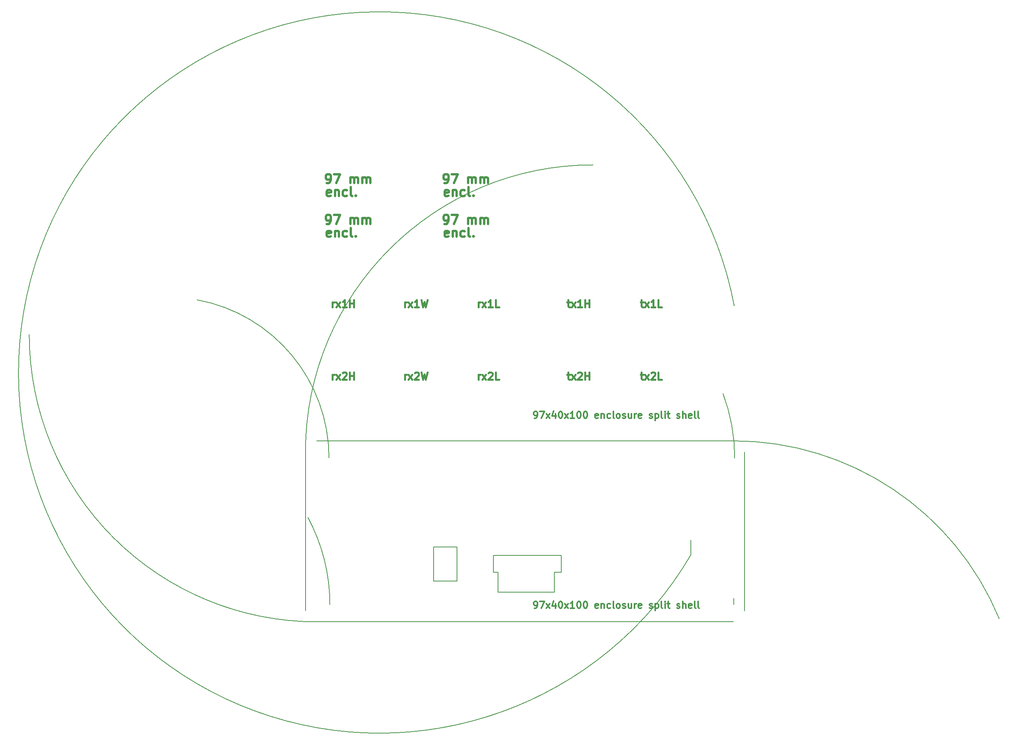
<source format=gto>
%MOIN*%
%OFA0B0*%
%FSLAX46Y46*%
%IPPOS*%
%LPD*%
%ADD10C,0.0039370078740157488*%
%ADD11C,0.01968503937007874*%
%ADD22C,0.0039370078740157488*%
%ADD23C,0.01968503937007874*%
%ADD34C,0.0039370078740157488*%
%ADD35C,0.005905511811023622*%
%ADD36C,0.011811023622047244*%
%ADD47C,0.0039370078740157488*%
%ADD48C,0.011811023622047244*%
%ADD49C,0.015748031496062995*%
%ADD60C,0.0039370078740157488*%
%ADD61C,0.01968503937007874*%
%ADD72C,0.0039370078740157488*%
%ADD73C,0.01968503937007874*%
%LPD*%
G04 #@! TF.FileFunction,Legend,Top*
G04 Gerber Fmt 4.6, Leading zero omitted, Abs format (unit mm)*
G04 Created by KiCad (PCBNEW no-bzr-kicad_new3d-viewer) date 06/27/16 23:34:47*
G01*
G04 APERTURE LIST*
G04 APERTURE END LIST*
D10*
D11*
X0001208276Y0003462410D02*
X0001223274Y0003462410D01*
X0001230773Y0003466159D01*
X0001234522Y0003469909D01*
X0001242021Y0003481158D01*
X0001245771Y0003496156D01*
X0001245771Y0003526152D01*
X0001242021Y0003533651D01*
X0001238272Y0003537401D01*
X0001230773Y0003541149D01*
X0001215775Y0003541149D01*
X0001208276Y0003537401D01*
X0001204526Y0003533651D01*
X0001200777Y0003526152D01*
X0001200777Y0003507405D01*
X0001204526Y0003499906D01*
X0001208276Y0003496156D01*
X0001215775Y0003492407D01*
X0001230773Y0003492407D01*
X0001238272Y0003496156D01*
X0001242021Y0003499906D01*
X0001245771Y0003507405D01*
X0001272017Y0003541149D02*
X0001324511Y0003541149D01*
X0001290765Y0003462410D01*
X0001414500Y0003462410D02*
X0001414500Y0003514903D01*
X0001414500Y0003507405D02*
X0001418249Y0003511154D01*
X0001425748Y0003514903D01*
X0001436997Y0003514903D01*
X0001444496Y0003511154D01*
X0001448245Y0003503655D01*
X0001448245Y0003462410D01*
X0001448245Y0003503655D02*
X0001451995Y0003511154D01*
X0001459493Y0003514903D01*
X0001470743Y0003514903D01*
X0001478242Y0003511154D01*
X0001481991Y0003503655D01*
X0001481991Y0003462410D01*
X0001519487Y0003462410D02*
X0001519487Y0003514903D01*
X0001519487Y0003507405D02*
X0001523235Y0003511154D01*
X0001530735Y0003514903D01*
X0001541984Y0003514903D01*
X0001549483Y0003511154D01*
X0001553232Y0003503655D01*
X0001553232Y0003462410D01*
X0001553232Y0003503655D02*
X0001556982Y0003511154D01*
X0001564481Y0003514903D01*
X0001575730Y0003514903D01*
X0001583229Y0003511154D01*
X0001586978Y0003503655D01*
X0001586978Y0003462410D01*
X0001242959Y0003353955D02*
X0001235460Y0003350206D01*
X0001220462Y0003350206D01*
X0001212962Y0003353955D01*
X0001209213Y0003361454D01*
X0001209213Y0003391450D01*
X0001212962Y0003398950D01*
X0001220462Y0003402699D01*
X0001235460Y0003402699D01*
X0001242959Y0003398950D01*
X0001246708Y0003391450D01*
X0001246708Y0003383951D01*
X0001209213Y0003376452D01*
X0001280454Y0003402699D02*
X0001280454Y0003350206D01*
X0001280454Y0003395200D02*
X0001284204Y0003398950D01*
X0001291703Y0003402699D01*
X0001302951Y0003402699D01*
X0001310450Y0003398950D01*
X0001314200Y0003391450D01*
X0001314200Y0003350206D01*
X0001385441Y0003353955D02*
X0001377942Y0003350206D01*
X0001362944Y0003350206D01*
X0001355445Y0003353955D01*
X0001351695Y0003357705D01*
X0001347946Y0003365204D01*
X0001347946Y0003387701D01*
X0001351695Y0003395200D01*
X0001355445Y0003398950D01*
X0001362944Y0003402699D01*
X0001377942Y0003402699D01*
X0001385441Y0003398950D01*
X0001430435Y0003350206D02*
X0001422936Y0003353955D01*
X0001419187Y0003361454D01*
X0001419187Y0003428946D01*
X0001460431Y0003357705D02*
X0001464181Y0003353955D01*
X0001460431Y0003350206D01*
X0001456682Y0003353955D01*
X0001460431Y0003357705D01*
X0001460431Y0003350206D01*
G04 split*
G04 #@! TF.FileFunction,Legend,Top*
G04 Gerber Fmt 4.6, Leading zero omitted, Abs format (unit mm)*
G04 Created by KiCad (PCBNEW no-bzr-kicad_new3d-viewer) date 06/27/16 23:34:47*
G01G01*
G04 APERTURE LIST*
G04 APERTURE END LIST*
D22*
D23*
X0001208276Y0003816741D02*
X0001223274Y0003816741D01*
X0001230773Y0003820491D01*
X0001234522Y0003824240D01*
X0001242021Y0003835489D01*
X0001245771Y0003850487D01*
X0001245771Y0003880483D01*
X0001242021Y0003887982D01*
X0001238272Y0003891732D01*
X0001230773Y0003895481D01*
X0001215775Y0003895481D01*
X0001208276Y0003891732D01*
X0001204526Y0003887982D01*
X0001200777Y0003880483D01*
X0001200777Y0003861735D01*
X0001204526Y0003854236D01*
X0001208276Y0003850487D01*
X0001215775Y0003846737D01*
X0001230773Y0003846737D01*
X0001238272Y0003850487D01*
X0001242021Y0003854236D01*
X0001245771Y0003861735D01*
X0001272017Y0003895481D02*
X0001324511Y0003895481D01*
X0001290765Y0003816741D01*
X0001414500Y0003816741D02*
X0001414500Y0003869234D01*
X0001414500Y0003861735D02*
X0001418249Y0003865485D01*
X0001425748Y0003869234D01*
X0001436997Y0003869234D01*
X0001444496Y0003865485D01*
X0001448245Y0003857986D01*
X0001448245Y0003816741D01*
X0001448245Y0003857986D02*
X0001451995Y0003865485D01*
X0001459493Y0003869234D01*
X0001470743Y0003869234D01*
X0001478242Y0003865485D01*
X0001481991Y0003857986D01*
X0001481991Y0003816741D01*
X0001519487Y0003816741D02*
X0001519487Y0003869234D01*
X0001519487Y0003861735D02*
X0001523235Y0003865485D01*
X0001530735Y0003869234D01*
X0001541984Y0003869234D01*
X0001549483Y0003865485D01*
X0001553232Y0003857986D01*
X0001553232Y0003816741D01*
X0001553232Y0003857986D02*
X0001556982Y0003865485D01*
X0001564481Y0003869234D01*
X0001575730Y0003869234D01*
X0001583229Y0003865485D01*
X0001586978Y0003857986D01*
X0001586978Y0003816741D01*
X0001242959Y0003708286D02*
X0001235460Y0003704535D01*
X0001220462Y0003704535D01*
X0001212962Y0003708286D01*
X0001209213Y0003715785D01*
X0001209213Y0003745781D01*
X0001212962Y0003753279D01*
X0001220462Y0003757029D01*
X0001235460Y0003757029D01*
X0001242959Y0003753279D01*
X0001246708Y0003745781D01*
X0001246708Y0003738282D01*
X0001209213Y0003730783D01*
X0001280454Y0003757029D02*
X0001280454Y0003704535D01*
X0001280454Y0003749531D02*
X0001284204Y0003753279D01*
X0001291703Y0003757029D01*
X0001302951Y0003757029D01*
X0001310450Y0003753279D01*
X0001314200Y0003745781D01*
X0001314200Y0003704535D01*
X0001385441Y0003708286D02*
X0001377942Y0003704535D01*
X0001362944Y0003704535D01*
X0001355445Y0003708286D01*
X0001351695Y0003712035D01*
X0001347946Y0003719534D01*
X0001347946Y0003742032D01*
X0001351695Y0003749531D01*
X0001355445Y0003753279D01*
X0001362944Y0003757029D01*
X0001377942Y0003757029D01*
X0001385441Y0003753279D01*
X0001430435Y0003704535D02*
X0001422936Y0003708286D01*
X0001419187Y0003715785D01*
X0001419187Y0003783275D01*
X0001460431Y0003712035D02*
X0001464181Y0003708286D01*
X0001460431Y0003704535D01*
X0001456682Y0003708286D01*
X0001460431Y0003712035D01*
X0001460431Y0003704535D01*
G04 split*
G04 #@! TF.FileFunction,Legend,Top*
G04 Gerber Fmt 4.6, Leading zero omitted, Abs format (unit mm)*
G04 Created by KiCad (PCBNEW no-bzr-kicad_new3d-viewer) date 06/27/16 23:25:45*
G01G01*
G04 APERTURE LIST*
G04 APERTURE END LIST*
D34*
D35*
X0001319037Y0000652338D02*
X0001319037Y0000353127D01*
X0001114313Y0000652338D02*
X0001319037Y0000652338D01*
X0001114313Y0000353127D02*
X0001114313Y0000652338D01*
X0001319037Y0000353127D02*
X0001114313Y0000353127D01*
X0002165494Y0000431867D02*
X0002165494Y0000258637D01*
X0002224549Y0000431867D02*
X0002165494Y0000431867D01*
X0002224549Y0000577536D02*
X0002224549Y0000431867D01*
X0001633998Y0000577536D02*
X0002224549Y0000577536D01*
X0001633998Y0000431867D02*
X0001633998Y0000577536D01*
X0001673368Y0000431867D02*
X0001633998Y0000431867D01*
X0001673368Y0000258637D02*
X0001673368Y0000431867D01*
X0002165494Y0000258637D02*
X0001673368Y0000258637D01*
D36*
X0001989876Y0000118953D02*
X0002001124Y0000118953D01*
X0002006749Y0000121765D01*
X0002009561Y0000124578D01*
X0002015184Y0000133014D01*
X0002017996Y0000144263D01*
X0002017996Y0000166760D01*
X0002015184Y0000172384D01*
X0002012373Y0000175195D01*
X0002006749Y0000178009D01*
X0001995500Y0000178009D01*
X0001989876Y0000175195D01*
X0001987064Y0000172384D01*
X0001984251Y0000166760D01*
X0001984251Y0000152699D01*
X0001987064Y0000147075D01*
X0001989876Y0000144263D01*
X0001995500Y0000141451D01*
X0002006749Y0000141451D01*
X0002012373Y0000144263D01*
X0002015184Y0000147075D01*
X0002017996Y0000152699D01*
X0002037682Y0000178009D02*
X0002077052Y0000178009D01*
X0002051743Y0000118953D01*
X0002093925Y0000118953D02*
X0002124859Y0000158324D01*
X0002093925Y0000158324D02*
X0002124859Y0000118953D01*
X0002172665Y0000158324D02*
X0002172665Y0000118953D01*
X0002158605Y0000180821D02*
X0002144544Y0000138639D01*
X0002181102Y0000138639D01*
X0002214848Y0000178009D02*
X0002220472Y0000178009D01*
X0002226096Y0000175195D01*
X0002228908Y0000172384D01*
X0002231720Y0000166760D01*
X0002234533Y0000155511D01*
X0002234533Y0000141451D01*
X0002231720Y0000130202D01*
X0002228908Y0000124578D01*
X0002226096Y0000121765D01*
X0002220472Y0000118953D01*
X0002214848Y0000118953D01*
X0002209223Y0000121765D01*
X0002206411Y0000124578D01*
X0002203599Y0000130202D01*
X0002200787Y0000141451D01*
X0002200787Y0000155511D01*
X0002203599Y0000166760D01*
X0002206411Y0000172384D01*
X0002209223Y0000175195D01*
X0002214848Y0000178009D01*
X0002254218Y0000118953D02*
X0002285151Y0000158324D01*
X0002254218Y0000158324D02*
X0002285151Y0000118953D01*
X0002338582Y0000118953D02*
X0002304836Y0000118953D01*
X0002321709Y0000118953D02*
X0002321709Y0000178009D01*
X0002316085Y0000169572D01*
X0002310461Y0000163948D01*
X0002304836Y0000161136D01*
X0002375140Y0000178009D02*
X0002380764Y0000178009D01*
X0002386389Y0000175195D01*
X0002389201Y0000172384D01*
X0002392013Y0000166760D01*
X0002394825Y0000155511D01*
X0002394825Y0000141451D01*
X0002392013Y0000130202D01*
X0002389201Y0000124578D01*
X0002386389Y0000121765D01*
X0002380764Y0000118953D01*
X0002375140Y0000118953D01*
X0002369516Y0000121765D01*
X0002366704Y0000124578D01*
X0002363891Y0000130202D01*
X0002361079Y0000141451D01*
X0002361079Y0000155511D01*
X0002363891Y0000166760D01*
X0002366704Y0000172384D01*
X0002369516Y0000175195D01*
X0002375140Y0000178009D01*
X0002431383Y0000178009D02*
X0002437007Y0000178009D01*
X0002442632Y0000175195D01*
X0002445444Y0000172384D01*
X0002448256Y0000166760D01*
X0002451068Y0000155511D01*
X0002451068Y0000141451D01*
X0002448256Y0000130202D01*
X0002445444Y0000124578D01*
X0002442632Y0000121765D01*
X0002437007Y0000118953D01*
X0002431383Y0000118953D01*
X0002425759Y0000121765D01*
X0002422947Y0000124578D01*
X0002420134Y0000130202D01*
X0002417322Y0000141451D01*
X0002417322Y0000155511D01*
X0002420134Y0000166760D01*
X0002422947Y0000172384D01*
X0002425759Y0000175195D01*
X0002431383Y0000178009D01*
X0002543869Y0000121765D02*
X0002538245Y0000118953D01*
X0002526996Y0000118953D01*
X0002521372Y0000121765D01*
X0002518560Y0000127390D01*
X0002518560Y0000149887D01*
X0002521372Y0000155511D01*
X0002526996Y0000158324D01*
X0002538245Y0000158324D01*
X0002543869Y0000155511D01*
X0002546681Y0000149887D01*
X0002546681Y0000144263D01*
X0002518560Y0000138639D01*
X0002571990Y0000158324D02*
X0002571990Y0000118953D01*
X0002571990Y0000152699D02*
X0002574803Y0000155511D01*
X0002580427Y0000158324D01*
X0002588863Y0000158324D01*
X0002594488Y0000155511D01*
X0002597300Y0000149887D01*
X0002597300Y0000118953D01*
X0002650731Y0000121765D02*
X0002645106Y0000118953D01*
X0002633858Y0000118953D01*
X0002628233Y0000121765D01*
X0002625421Y0000124578D01*
X0002622609Y0000130202D01*
X0002622609Y0000147075D01*
X0002625421Y0000152699D01*
X0002628233Y0000155511D01*
X0002633858Y0000158324D01*
X0002645106Y0000158324D01*
X0002650731Y0000155511D01*
X0002684476Y0000118953D02*
X0002678852Y0000121765D01*
X0002676040Y0000127390D01*
X0002676040Y0000178009D01*
X0002715410Y0000118953D02*
X0002709786Y0000121765D01*
X0002706974Y0000124578D01*
X0002704161Y0000130202D01*
X0002704161Y0000147075D01*
X0002706974Y0000152699D01*
X0002709786Y0000155511D01*
X0002715410Y0000158324D01*
X0002723845Y0000158324D01*
X0002729471Y0000155511D01*
X0002732283Y0000152699D01*
X0002735095Y0000147075D01*
X0002735095Y0000130202D01*
X0002732283Y0000124578D01*
X0002729471Y0000121765D01*
X0002723845Y0000118953D01*
X0002715410Y0000118953D01*
X0002757592Y0000121765D02*
X0002763217Y0000118953D01*
X0002774465Y0000118953D01*
X0002780089Y0000121765D01*
X0002782902Y0000127390D01*
X0002782902Y0000130202D01*
X0002780089Y0000135826D01*
X0002774465Y0000138639D01*
X0002766029Y0000138639D01*
X0002760404Y0000141451D01*
X0002757592Y0000147075D01*
X0002757592Y0000149887D01*
X0002760404Y0000155511D01*
X0002766029Y0000158324D01*
X0002774465Y0000158324D01*
X0002780089Y0000155511D01*
X0002833520Y0000158324D02*
X0002833520Y0000118953D01*
X0002808211Y0000158324D02*
X0002808211Y0000127390D01*
X0002811022Y0000121765D01*
X0002816647Y0000118953D01*
X0002825084Y0000118953D01*
X0002830708Y0000121765D01*
X0002833520Y0000124578D01*
X0002861642Y0000118953D02*
X0002861642Y0000158324D01*
X0002861642Y0000147075D02*
X0002864454Y0000152699D01*
X0002867266Y0000155511D01*
X0002872889Y0000158324D01*
X0002878515Y0000158324D01*
X0002920697Y0000121765D02*
X0002915073Y0000118953D01*
X0002903824Y0000118953D01*
X0002898200Y0000121765D01*
X0002895387Y0000127390D01*
X0002895387Y0000149887D01*
X0002898200Y0000155511D01*
X0002903824Y0000158324D01*
X0002915073Y0000158324D01*
X0002920697Y0000155511D01*
X0002923509Y0000149887D01*
X0002923509Y0000144263D01*
X0002895387Y0000138639D01*
X0002991001Y0000121765D02*
X0002996625Y0000118953D01*
X0003007873Y0000118953D01*
X0003013498Y0000121765D01*
X0003016310Y0000127390D01*
X0003016310Y0000130202D01*
X0003013498Y0000135826D01*
X0003007873Y0000138639D01*
X0002999437Y0000138639D01*
X0002993813Y0000141451D01*
X0002991001Y0000147075D01*
X0002991001Y0000149887D01*
X0002993813Y0000155511D01*
X0002999437Y0000158324D01*
X0003007873Y0000158324D01*
X0003013498Y0000155511D01*
X0003041619Y0000158324D02*
X0003041619Y0000099268D01*
X0003041619Y0000155511D02*
X0003047244Y0000158324D01*
X0003058492Y0000158324D01*
X0003064116Y0000155511D01*
X0003066929Y0000152699D01*
X0003069741Y0000147075D01*
X0003069741Y0000130202D01*
X0003066929Y0000124578D01*
X0003064116Y0000121765D01*
X0003058492Y0000118953D01*
X0003047244Y0000118953D01*
X0003041619Y0000121765D01*
X0003103487Y0000118953D02*
X0003097862Y0000121765D01*
X0003095049Y0000127390D01*
X0003095049Y0000178009D01*
X0003125984Y0000118953D02*
X0003125984Y0000158324D01*
X0003125984Y0000178009D02*
X0003123171Y0000175195D01*
X0003125984Y0000172384D01*
X0003128796Y0000175195D01*
X0003125984Y0000178009D01*
X0003125984Y0000172384D01*
X0003145669Y0000158324D02*
X0003168166Y0000158324D01*
X0003154105Y0000178009D02*
X0003154105Y0000127390D01*
X0003156917Y0000121765D01*
X0003162542Y0000118953D01*
X0003168166Y0000118953D01*
X0003230033Y0000121765D02*
X0003235657Y0000118953D01*
X0003246905Y0000118953D01*
X0003252530Y0000121765D01*
X0003255343Y0000127390D01*
X0003255343Y0000130202D01*
X0003252530Y0000135826D01*
X0003246905Y0000138639D01*
X0003238470Y0000138639D01*
X0003232844Y0000141451D01*
X0003230033Y0000147075D01*
X0003230033Y0000149887D01*
X0003232844Y0000155511D01*
X0003238470Y0000158324D01*
X0003246905Y0000158324D01*
X0003252530Y0000155511D01*
X0003280652Y0000118953D02*
X0003280652Y0000178009D01*
X0003305961Y0000118953D02*
X0003305961Y0000149887D01*
X0003303149Y0000155511D01*
X0003297525Y0000158324D01*
X0003289088Y0000158324D01*
X0003283464Y0000155511D01*
X0003280652Y0000152699D01*
X0003356580Y0000121765D02*
X0003350956Y0000118953D01*
X0003339707Y0000118953D01*
X0003334083Y0000121765D01*
X0003331270Y0000127390D01*
X0003331270Y0000149887D01*
X0003334083Y0000155511D01*
X0003339707Y0000158324D01*
X0003350956Y0000158324D01*
X0003356580Y0000155511D01*
X0003359392Y0000149887D01*
X0003359392Y0000144263D01*
X0003331270Y0000138639D01*
X0003393138Y0000118953D02*
X0003387514Y0000121765D01*
X0003384701Y0000127390D01*
X0003384701Y0000178009D01*
X0003424071Y0000118953D02*
X0003418447Y0000121765D01*
X0003415635Y0000127390D01*
X0003415635Y0000178009D01*
D35*
X0000212598Y0000149606D02*
G75*
G03G03X0005399999Y0003800002I-0001600000J0000000000D01X0005399999Y0003800002I-0001600000J0000000000D01*
G01G01*
X0000098425Y0000000000D02*
G75*
G02G02X0000000000Y0002500002I0000000000J0002500000D01X0000000000Y0002500002I0000000000J0002500000D01*
G01G01*
X0003724409Y0000149606D02*
G75*
G03G03X0094599999Y0003800002I-0001400000J0000000000D01X0094599999Y0003800002I-0001400000J0000000000D01*
G01G01*
X0003818897Y0000098425D02*
G75*
G02G02X0094499999Y0000000002I-0002500000J0000000000D01X0094499999Y0000000002I-0002500000J0000000000D01*
G01G01*
X0003732283Y0001425196D02*
G75*
G03G03X0094799999Y0036200002I-0001600000J0000000000D01X0094799999Y0036200002I-0001600000J0000000000D01*
G01G01*
X0003720472Y0001574803D02*
G75*
G02G02X0096999999Y0037500002I0000000000J-0002500000D01X0096999999Y0037500002I0000000000J-0002500000D01*
G01G01*
X0000000000Y0001476378D02*
G75*
G02G02X0002499999Y0040000002I0002500000J0000000000D01X0002499999Y0040000002I0002500000J0000000000D01*
G01G01*
X0000204724Y0001425196D02*
G75*
G03G03X0005199999Y0036200002I-0001400000J0000000000D01X0005199999Y0036200002I-0001400000J0000000000D01*
G01G01*
X0000000000Y0001476378D02*
X0000000000Y0000098425D01*
X0003818897Y0000098425D02*
X0003818897Y0001476378D01*
X0003720472Y0000000000D02*
X0000098425Y0000000000D01*
X0003720472Y0001574803D02*
X0000098425Y0001574803D01*
X0003352720Y0000585253D02*
G75*
G02G02X0085149999Y0018050002I-0002709089J0001584562D01X0085149999Y0018050002I-0002709089J0001584562D01*
G01G01*
X0003352362Y0000710630D02*
X0003352362Y0000584645D01*
G04 split*
G04 #@! TF.FileFunction,Legend,Top*
G04 Gerber Fmt 4.6, Leading zero omitted, Abs format (unit mm)*
G04 Created by KiCad (PCBNEW no-bzr-kicad_new3d-viewer) date 06/27/16 23:32:51*
G01G01G01G01*
G04 APERTURE LIST*
G04 APERTURE END LIST*
D47*
D48*
X0001989876Y0001772496D02*
X0002001124Y0001772496D01*
X0002006749Y0001775309D01*
X0002009561Y0001778121D01*
X0002015184Y0001786556D01*
X0002017996Y0001797805D01*
X0002017996Y0001820303D01*
X0002015184Y0001825928D01*
X0002012373Y0001828740D01*
X0002006749Y0001831552D01*
X0001995500Y0001831552D01*
X0001989876Y0001828740D01*
X0001987064Y0001825928D01*
X0001984251Y0001820303D01*
X0001984251Y0001806243D01*
X0001987064Y0001800618D01*
X0001989876Y0001797805D01*
X0001995500Y0001794994D01*
X0002006749Y0001794994D01*
X0002012373Y0001797805D01*
X0002015184Y0001800618D01*
X0002017996Y0001806243D01*
X0002037682Y0001831552D02*
X0002077052Y0001831552D01*
X0002051743Y0001772496D01*
X0002093925Y0001772496D02*
X0002124859Y0001811865D01*
X0002093925Y0001811865D02*
X0002124859Y0001772496D01*
X0002172665Y0001811865D02*
X0002172665Y0001772496D01*
X0002158605Y0001834363D02*
X0002144544Y0001792182D01*
X0002181102Y0001792182D01*
X0002214848Y0001831552D02*
X0002220472Y0001831552D01*
X0002226096Y0001828740D01*
X0002228908Y0001825928D01*
X0002231720Y0001820303D01*
X0002234533Y0001809054D01*
X0002234533Y0001794994D01*
X0002231720Y0001783745D01*
X0002228908Y0001778121D01*
X0002226096Y0001775309D01*
X0002220472Y0001772496D01*
X0002214848Y0001772496D01*
X0002209223Y0001775309D01*
X0002206411Y0001778121D01*
X0002203599Y0001783745D01*
X0002200787Y0001794994D01*
X0002200787Y0001809054D01*
X0002203599Y0001820303D01*
X0002206411Y0001825928D01*
X0002209223Y0001828740D01*
X0002214848Y0001831552D01*
X0002254218Y0001772496D02*
X0002285151Y0001811865D01*
X0002254218Y0001811865D02*
X0002285151Y0001772496D01*
X0002338582Y0001772496D02*
X0002304836Y0001772496D01*
X0002321709Y0001772496D02*
X0002321709Y0001831552D01*
X0002316085Y0001823114D01*
X0002310461Y0001817491D01*
X0002304836Y0001814679D01*
X0002375140Y0001831552D02*
X0002380764Y0001831552D01*
X0002386389Y0001828740D01*
X0002389201Y0001825928D01*
X0002392013Y0001820303D01*
X0002394825Y0001809054D01*
X0002394825Y0001794994D01*
X0002392013Y0001783745D01*
X0002389201Y0001778121D01*
X0002386389Y0001775309D01*
X0002380764Y0001772496D01*
X0002375140Y0001772496D01*
X0002369516Y0001775309D01*
X0002366704Y0001778121D01*
X0002363891Y0001783745D01*
X0002361079Y0001794994D01*
X0002361079Y0001809054D01*
X0002363891Y0001820303D01*
X0002366704Y0001825928D01*
X0002369516Y0001828740D01*
X0002375140Y0001831552D01*
X0002431383Y0001831552D02*
X0002437007Y0001831552D01*
X0002442632Y0001828740D01*
X0002445444Y0001825928D01*
X0002448256Y0001820303D01*
X0002451068Y0001809054D01*
X0002451068Y0001794994D01*
X0002448256Y0001783745D01*
X0002445444Y0001778121D01*
X0002442632Y0001775309D01*
X0002437007Y0001772496D01*
X0002431383Y0001772496D01*
X0002425759Y0001775309D01*
X0002422947Y0001778121D01*
X0002420134Y0001783745D01*
X0002417322Y0001794994D01*
X0002417322Y0001809054D01*
X0002420134Y0001820303D01*
X0002422947Y0001825928D01*
X0002425759Y0001828740D01*
X0002431383Y0001831552D01*
X0002543869Y0001775309D02*
X0002538245Y0001772496D01*
X0002526996Y0001772496D01*
X0002521372Y0001775309D01*
X0002518560Y0001780933D01*
X0002518560Y0001803430D01*
X0002521372Y0001809054D01*
X0002526996Y0001811865D01*
X0002538245Y0001811865D01*
X0002543869Y0001809054D01*
X0002546681Y0001803430D01*
X0002546681Y0001797805D01*
X0002518560Y0001792182D01*
X0002571990Y0001811865D02*
X0002571990Y0001772496D01*
X0002571990Y0001806243D02*
X0002574803Y0001809054D01*
X0002580427Y0001811865D01*
X0002588863Y0001811865D01*
X0002594488Y0001809054D01*
X0002597300Y0001803430D01*
X0002597300Y0001772496D01*
X0002650731Y0001775309D02*
X0002645106Y0001772496D01*
X0002633858Y0001772496D01*
X0002628233Y0001775309D01*
X0002625421Y0001778121D01*
X0002622609Y0001783745D01*
X0002622609Y0001800618D01*
X0002625421Y0001806243D01*
X0002628233Y0001809054D01*
X0002633858Y0001811865D01*
X0002645106Y0001811865D01*
X0002650731Y0001809054D01*
X0002684476Y0001772496D02*
X0002678852Y0001775309D01*
X0002676040Y0001780933D01*
X0002676040Y0001831552D01*
X0002715410Y0001772496D02*
X0002709786Y0001775309D01*
X0002706974Y0001778121D01*
X0002704161Y0001783745D01*
X0002704161Y0001800618D01*
X0002706974Y0001806243D01*
X0002709786Y0001809054D01*
X0002715410Y0001811865D01*
X0002723845Y0001811865D01*
X0002729471Y0001809054D01*
X0002732283Y0001806243D01*
X0002735095Y0001800618D01*
X0002735095Y0001783745D01*
X0002732283Y0001778121D01*
X0002729471Y0001775309D01*
X0002723845Y0001772496D01*
X0002715410Y0001772496D01*
X0002757592Y0001775309D02*
X0002763217Y0001772496D01*
X0002774465Y0001772496D01*
X0002780089Y0001775309D01*
X0002782902Y0001780933D01*
X0002782902Y0001783745D01*
X0002780089Y0001789370D01*
X0002774465Y0001792182D01*
X0002766029Y0001792182D01*
X0002760404Y0001794994D01*
X0002757592Y0001800618D01*
X0002757592Y0001803430D01*
X0002760404Y0001809054D01*
X0002766029Y0001811865D01*
X0002774465Y0001811865D01*
X0002780089Y0001809054D01*
X0002833520Y0001811865D02*
X0002833520Y0001772496D01*
X0002808211Y0001811865D02*
X0002808211Y0001780933D01*
X0002811022Y0001775309D01*
X0002816647Y0001772496D01*
X0002825084Y0001772496D01*
X0002830708Y0001775309D01*
X0002833520Y0001778121D01*
X0002861642Y0001772496D02*
X0002861642Y0001811865D01*
X0002861642Y0001800618D02*
X0002864454Y0001806243D01*
X0002867266Y0001809054D01*
X0002872889Y0001811865D01*
X0002878515Y0001811865D01*
X0002920697Y0001775309D02*
X0002915073Y0001772496D01*
X0002903824Y0001772496D01*
X0002898200Y0001775309D01*
X0002895387Y0001780933D01*
X0002895387Y0001803430D01*
X0002898200Y0001809054D01*
X0002903824Y0001811865D01*
X0002915073Y0001811865D01*
X0002920697Y0001809054D01*
X0002923509Y0001803430D01*
X0002923509Y0001797805D01*
X0002895387Y0001792182D01*
X0002991001Y0001775309D02*
X0002996625Y0001772496D01*
X0003007873Y0001772496D01*
X0003013498Y0001775309D01*
X0003016310Y0001780933D01*
X0003016310Y0001783745D01*
X0003013498Y0001789370D01*
X0003007873Y0001792182D01*
X0002999437Y0001792182D01*
X0002993813Y0001794994D01*
X0002991001Y0001800618D01*
X0002991001Y0001803430D01*
X0002993813Y0001809054D01*
X0002999437Y0001811865D01*
X0003007873Y0001811865D01*
X0003013498Y0001809054D01*
X0003041619Y0001811865D02*
X0003041619Y0001752812D01*
X0003041619Y0001809054D02*
X0003047243Y0001811865D01*
X0003058492Y0001811865D01*
X0003064116Y0001809054D01*
X0003066929Y0001806243D01*
X0003069741Y0001800618D01*
X0003069741Y0001783745D01*
X0003066929Y0001778121D01*
X0003064116Y0001775309D01*
X0003058492Y0001772496D01*
X0003047243Y0001772496D01*
X0003041619Y0001775309D01*
X0003103486Y0001772496D02*
X0003097862Y0001775309D01*
X0003095049Y0001780933D01*
X0003095049Y0001831552D01*
X0003125984Y0001772496D02*
X0003125984Y0001811865D01*
X0003125984Y0001831552D02*
X0003123171Y0001828740D01*
X0003125984Y0001825928D01*
X0003128796Y0001828740D01*
X0003125984Y0001831552D01*
X0003125984Y0001825928D01*
X0003145669Y0001811865D02*
X0003168166Y0001811865D01*
X0003154105Y0001831552D02*
X0003154105Y0001780933D01*
X0003156917Y0001775309D01*
X0003162542Y0001772496D01*
X0003168166Y0001772496D01*
X0003230033Y0001775309D02*
X0003235657Y0001772496D01*
X0003246905Y0001772496D01*
X0003252530Y0001775309D01*
X0003255342Y0001780933D01*
X0003255342Y0001783745D01*
X0003252530Y0001789370D01*
X0003246905Y0001792182D01*
X0003238470Y0001792182D01*
X0003232844Y0001794994D01*
X0003230033Y0001800618D01*
X0003230033Y0001803430D01*
X0003232844Y0001809054D01*
X0003238470Y0001811865D01*
X0003246905Y0001811865D01*
X0003252530Y0001809054D01*
X0003280652Y0001772496D02*
X0003280652Y0001831552D01*
X0003305961Y0001772496D02*
X0003305961Y0001803430D01*
X0003303149Y0001809054D01*
X0003297525Y0001811865D01*
X0003289088Y0001811865D01*
X0003283464Y0001809054D01*
X0003280652Y0001806243D01*
X0003356580Y0001775309D02*
X0003350956Y0001772496D01*
X0003339707Y0001772496D01*
X0003334083Y0001775309D01*
X0003331270Y0001780933D01*
X0003331270Y0001803430D01*
X0003334083Y0001809054D01*
X0003339707Y0001811865D01*
X0003350956Y0001811865D01*
X0003356580Y0001809054D01*
X0003359392Y0001803430D01*
X0003359392Y0001797805D01*
X0003331270Y0001792182D01*
X0003393138Y0001772496D02*
X0003387513Y0001775309D01*
X0003384701Y0001780933D01*
X0003384701Y0001831552D01*
X0003424071Y0001772496D02*
X0003418447Y0001775309D01*
X0003415635Y0001780933D01*
X0003415635Y0001831552D01*
D49*
X0002912917Y0002151293D02*
X0002936914Y0002151293D01*
X0002921915Y0002172291D02*
X0002921915Y0002118297D01*
X0002924915Y0002112298D01*
X0002930914Y0002109298D01*
X0002936914Y0002109298D01*
X0002951912Y0002109298D02*
X0002984908Y0002151293D01*
X0002951912Y0002151293D02*
X0002984908Y0002109298D01*
X0003005904Y0002166291D02*
X0003008905Y0002169291D01*
X0003014904Y0002172291D01*
X0003029902Y0002172291D01*
X0003035901Y0002169291D01*
X0003038900Y0002166291D01*
X0003041900Y0002160292D01*
X0003041900Y0002154293D01*
X0003038900Y0002145294D01*
X0003002905Y0002109298D01*
X0003041900Y0002109298D01*
X0003098893Y0002109298D02*
X0003068897Y0002109298D01*
X0003068897Y0002172291D01*
X0002275496Y0002151293D02*
X0002299493Y0002151293D01*
X0002284495Y0002172291D02*
X0002284495Y0002118297D01*
X0002287495Y0002112298D01*
X0002293494Y0002109298D01*
X0002299493Y0002109298D01*
X0002314491Y0002109298D02*
X0002347487Y0002151293D01*
X0002314491Y0002151293D02*
X0002347487Y0002109298D01*
X0002368485Y0002166291D02*
X0002371484Y0002169291D01*
X0002377483Y0002172291D01*
X0002392482Y0002172291D01*
X0002398481Y0002169291D01*
X0002401480Y0002166291D01*
X0002404480Y0002160292D01*
X0002404480Y0002154293D01*
X0002401480Y0002145294D01*
X0002365485Y0002109298D01*
X0002404480Y0002109298D01*
X0002431477Y0002109298D02*
X0002431477Y0002172291D01*
X0002431477Y0002142294D02*
X0002467472Y0002142294D01*
X0002467472Y0002109298D02*
X0002467472Y0002172291D01*
X0001503092Y0002109298D02*
X0001503092Y0002151293D01*
X0001503092Y0002139295D02*
X0001506092Y0002145294D01*
X0001509092Y0002148294D01*
X0001515091Y0002151293D01*
X0001521091Y0002151293D01*
X0001536089Y0002109298D02*
X0001569085Y0002151293D01*
X0001536089Y0002151293D02*
X0001569085Y0002109298D01*
X0001590082Y0002166291D02*
X0001593082Y0002169291D01*
X0001599079Y0002172291D01*
X0001614079Y0002172291D01*
X0001620077Y0002169291D01*
X0001623078Y0002166291D01*
X0001626077Y0002160292D01*
X0001626077Y0002154293D01*
X0001623078Y0002145294D01*
X0001587082Y0002109298D01*
X0001626077Y0002109298D01*
X0001683070Y0002109298D02*
X0001653074Y0002109298D01*
X0001653074Y0002172291D01*
X0000862673Y0002109298D02*
X0000862673Y0002151293D01*
X0000862673Y0002139295D02*
X0000865671Y0002145294D01*
X0000868671Y0002148294D01*
X0000874671Y0002151293D01*
X0000880671Y0002151293D01*
X0000895669Y0002109298D02*
X0000928665Y0002151293D01*
X0000895669Y0002151293D02*
X0000928665Y0002109298D01*
X0000949662Y0002166291D02*
X0000952662Y0002169291D01*
X0000958661Y0002172291D01*
X0000973658Y0002172291D01*
X0000979658Y0002169291D01*
X0000982658Y0002166291D01*
X0000985657Y0002160292D01*
X0000985657Y0002154293D01*
X0000982658Y0002145294D01*
X0000946662Y0002109298D01*
X0000985657Y0002109298D01*
X0001006655Y0002172291D02*
X0001021652Y0002109298D01*
X0001033651Y0002154293D01*
X0001045650Y0002109298D01*
X0001060648Y0002172291D01*
X0000235751Y0002109298D02*
X0000235751Y0002151293D01*
X0000235751Y0002139295D02*
X0000238751Y0002145294D01*
X0000241750Y0002148294D01*
X0000247750Y0002151293D01*
X0000253749Y0002151293D01*
X0000268747Y0002109298D02*
X0000301743Y0002151293D01*
X0000268747Y0002151293D02*
X0000301743Y0002109298D01*
X0000322740Y0002166291D02*
X0000325740Y0002169291D01*
X0000331738Y0002172291D01*
X0000346737Y0002172291D01*
X0000352737Y0002169291D01*
X0000355736Y0002166291D01*
X0000358736Y0002160292D01*
X0000358736Y0002154293D01*
X0000355736Y0002145294D01*
X0000319741Y0002109298D01*
X0000358736Y0002109298D01*
X0000385732Y0002109298D02*
X0000385732Y0002172291D01*
X0000385732Y0002142294D02*
X0000421727Y0002142294D01*
X0000421727Y0002109298D02*
X0000421727Y0002172291D01*
X0000235751Y0002739220D02*
X0000235751Y0002781214D01*
X0000235751Y0002769216D02*
X0000238751Y0002775215D01*
X0000241750Y0002778215D01*
X0000247750Y0002781214D01*
X0000253749Y0002781214D01*
X0000268747Y0002739220D02*
X0000301743Y0002781214D01*
X0000268747Y0002781214D02*
X0000301743Y0002739220D01*
X0000358736Y0002739220D02*
X0000322740Y0002739220D01*
X0000340738Y0002739220D02*
X0000340738Y0002802211D01*
X0000334738Y0002793213D01*
X0000328740Y0002787214D01*
X0000322740Y0002784214D01*
X0000385732Y0002739220D02*
X0000385732Y0002802211D01*
X0000385732Y0002772216D02*
X0000421727Y0002772216D01*
X0000421727Y0002739220D02*
X0000421727Y0002802211D01*
X0000862673Y0002739220D02*
X0000862673Y0002781214D01*
X0000862673Y0002769216D02*
X0000865671Y0002775215D01*
X0000868671Y0002778215D01*
X0000874671Y0002781214D01*
X0000880671Y0002781214D01*
X0000895669Y0002739220D02*
X0000928665Y0002781214D01*
X0000895669Y0002781214D02*
X0000928665Y0002739220D01*
X0000985657Y0002739220D02*
X0000949662Y0002739220D01*
X0000967660Y0002739220D02*
X0000967660Y0002802211D01*
X0000961660Y0002793213D01*
X0000955661Y0002787214D01*
X0000949662Y0002784214D01*
X0001006655Y0002802211D02*
X0001021652Y0002739220D01*
X0001033651Y0002784214D01*
X0001045650Y0002739220D01*
X0001060648Y0002802211D01*
X0001503092Y0002739220D02*
X0001503092Y0002781214D01*
X0001503092Y0002769216D02*
X0001506092Y0002775215D01*
X0001509092Y0002778215D01*
X0001515091Y0002781214D01*
X0001521091Y0002781214D01*
X0001536089Y0002739220D02*
X0001569085Y0002781214D01*
X0001536089Y0002781214D02*
X0001569085Y0002739220D01*
X0001626077Y0002739220D02*
X0001590082Y0002739220D01*
X0001608080Y0002739220D02*
X0001608080Y0002802211D01*
X0001602080Y0002793213D01*
X0001596081Y0002787214D01*
X0001590082Y0002784214D01*
X0001683070Y0002739220D02*
X0001653074Y0002739220D01*
X0001653074Y0002802211D01*
X0002275496Y0002781214D02*
X0002299493Y0002781214D01*
X0002284495Y0002802211D02*
X0002284495Y0002748219D01*
X0002287495Y0002742218D01*
X0002293494Y0002739220D01*
X0002299493Y0002739220D01*
X0002314491Y0002739220D02*
X0002347487Y0002781214D01*
X0002314491Y0002781214D02*
X0002347487Y0002739220D01*
X0002404480Y0002739220D02*
X0002368485Y0002739220D01*
X0002386482Y0002739220D02*
X0002386482Y0002802211D01*
X0002380483Y0002793213D01*
X0002374484Y0002787214D01*
X0002368485Y0002784214D01*
X0002431477Y0002739220D02*
X0002431477Y0002802211D01*
X0002431477Y0002772216D02*
X0002467472Y0002772216D01*
X0002467472Y0002739220D02*
X0002467472Y0002802211D01*
X0002912917Y0002781214D02*
X0002936914Y0002781214D01*
X0002921915Y0002802211D02*
X0002921915Y0002748219D01*
X0002924915Y0002742218D01*
X0002930914Y0002739220D01*
X0002936914Y0002739220D01*
X0002951912Y0002739220D02*
X0002984908Y0002781214D01*
X0002951912Y0002781214D02*
X0002984908Y0002739220D01*
X0003041900Y0002739220D02*
X0003005904Y0002739220D01*
X0003023903Y0002739220D02*
X0003023903Y0002802211D01*
X0003017903Y0002793213D01*
X0003011904Y0002787214D01*
X0003005904Y0002784214D01*
X0003098893Y0002739220D02*
X0003068897Y0002739220D01*
X0003068897Y0002802211D01*
G04 split*
G04 #@! TF.FileFunction,Legend,Top*
G04 Gerber Fmt 4.6, Leading zero omitted, Abs format (unit mm)*
G04 Created by KiCad (PCBNEW no-bzr-kicad_new3d-viewer) date 06/27/16 23:34:47*
G01G01G01G01*
G04 APERTURE LIST*
G04 APERTURE END LIST*
D60*
D61*
X0000184654Y0003462410D02*
X0000199652Y0003462410D01*
X0000207151Y0003466159D01*
X0000210900Y0003469909D01*
X0000218399Y0003481158D01*
X0000222149Y0003496156D01*
X0000222149Y0003526152D01*
X0000218399Y0003533651D01*
X0000214650Y0003537401D01*
X0000207151Y0003541149D01*
X0000192153Y0003541149D01*
X0000184654Y0003537401D01*
X0000180903Y0003533651D01*
X0000177153Y0003526152D01*
X0000177153Y0003507405D01*
X0000180903Y0003499906D01*
X0000184654Y0003496156D01*
X0000192153Y0003492407D01*
X0000207151Y0003492407D01*
X0000214650Y0003496156D01*
X0000218399Y0003499906D01*
X0000222149Y0003507405D01*
X0000248396Y0003541149D02*
X0000300889Y0003541149D01*
X0000267143Y0003462410D01*
X0000390878Y0003462410D02*
X0000390878Y0003514903D01*
X0000390878Y0003507405D02*
X0000394627Y0003511154D01*
X0000402126Y0003514903D01*
X0000413375Y0003514903D01*
X0000420874Y0003511154D01*
X0000424624Y0003503655D01*
X0000424624Y0003462410D01*
X0000424624Y0003503655D02*
X0000428373Y0003511154D01*
X0000435872Y0003514903D01*
X0000447121Y0003514903D01*
X0000454620Y0003511154D01*
X0000458369Y0003503655D01*
X0000458369Y0003462410D01*
X0000495865Y0003462410D02*
X0000495865Y0003514903D01*
X0000495865Y0003507405D02*
X0000499614Y0003511154D01*
X0000507113Y0003514903D01*
X0000518362Y0003514903D01*
X0000525861Y0003511154D01*
X0000529610Y0003503655D01*
X0000529610Y0003462410D01*
X0000529610Y0003503655D02*
X0000533360Y0003511154D01*
X0000540859Y0003514903D01*
X0000552108Y0003514903D01*
X0000559607Y0003511154D01*
X0000563356Y0003503655D01*
X0000563356Y0003462410D01*
X0000219337Y0003353955D02*
X0000211838Y0003350206D01*
X0000196840Y0003350206D01*
X0000189340Y0003353955D01*
X0000185590Y0003361454D01*
X0000185590Y0003391450D01*
X0000189340Y0003398950D01*
X0000196840Y0003402699D01*
X0000211838Y0003402699D01*
X0000219337Y0003398950D01*
X0000223086Y0003391450D01*
X0000223086Y0003383951D01*
X0000185590Y0003376452D01*
X0000256832Y0003402699D02*
X0000256832Y0003350206D01*
X0000256832Y0003395200D02*
X0000260581Y0003398950D01*
X0000268081Y0003402699D01*
X0000279329Y0003402699D01*
X0000286828Y0003398950D01*
X0000290578Y0003391450D01*
X0000290578Y0003350206D01*
X0000361819Y0003353955D02*
X0000354319Y0003350206D01*
X0000339322Y0003350206D01*
X0000331823Y0003353955D01*
X0000328073Y0003357705D01*
X0000324324Y0003365204D01*
X0000324324Y0003387701D01*
X0000328073Y0003395200D01*
X0000331823Y0003398950D01*
X0000339322Y0003402699D01*
X0000354319Y0003402699D01*
X0000361819Y0003398950D01*
X0000406813Y0003350206D02*
X0000399314Y0003353955D01*
X0000395565Y0003361454D01*
X0000395565Y0003428946D01*
X0000436810Y0003357705D02*
X0000440559Y0003353955D01*
X0000436810Y0003350206D01*
X0000433060Y0003353955D01*
X0000436810Y0003357705D01*
X0000436810Y0003350206D01*
G04 split*
G04 #@! TF.FileFunction,Legend,Top*
G04 Gerber Fmt 4.6, Leading zero omitted, Abs format (unit mm)*
G04 Created by KiCad (PCBNEW no-bzr-kicad_new3d-viewer) date 06/27/16 23:34:47*
G01G01G01G01G01G01G01G01*
G04 APERTURE LIST*
G04 APERTURE END LIST*
D72*
D73*
X0000184654Y0003816741D02*
X0000199652Y0003816741D01*
X0000207151Y0003820491D01*
X0000210900Y0003824240D01*
X0000218399Y0003835489D01*
X0000222149Y0003850487D01*
X0000222149Y0003880483D01*
X0000218399Y0003887982D01*
X0000214650Y0003891732D01*
X0000207151Y0003895481D01*
X0000192153Y0003895481D01*
X0000184654Y0003891732D01*
X0000180903Y0003887982D01*
X0000177153Y0003880483D01*
X0000177153Y0003861735D01*
X0000180903Y0003854236D01*
X0000184654Y0003850487D01*
X0000192153Y0003846737D01*
X0000207151Y0003846737D01*
X0000214650Y0003850487D01*
X0000218399Y0003854236D01*
X0000222149Y0003861735D01*
X0000248396Y0003895481D02*
X0000300889Y0003895481D01*
X0000267143Y0003816741D01*
X0000390878Y0003816741D02*
X0000390878Y0003869234D01*
X0000390878Y0003861735D02*
X0000394627Y0003865485D01*
X0000402126Y0003869234D01*
X0000413375Y0003869234D01*
X0000420874Y0003865485D01*
X0000424624Y0003857986D01*
X0000424624Y0003816741D01*
X0000424624Y0003857986D02*
X0000428373Y0003865485D01*
X0000435872Y0003869234D01*
X0000447121Y0003869234D01*
X0000454620Y0003865485D01*
X0000458369Y0003857986D01*
X0000458369Y0003816741D01*
X0000495865Y0003816741D02*
X0000495865Y0003869234D01*
X0000495865Y0003861735D02*
X0000499614Y0003865485D01*
X0000507113Y0003869234D01*
X0000518362Y0003869234D01*
X0000525861Y0003865485D01*
X0000529610Y0003857986D01*
X0000529610Y0003816741D01*
X0000529610Y0003857986D02*
X0000533360Y0003865485D01*
X0000540859Y0003869234D01*
X0000552108Y0003869234D01*
X0000559607Y0003865485D01*
X0000563356Y0003857986D01*
X0000563356Y0003816741D01*
X0000219337Y0003708286D02*
X0000211838Y0003704535D01*
X0000196840Y0003704535D01*
X0000189340Y0003708286D01*
X0000185590Y0003715785D01*
X0000185590Y0003745781D01*
X0000189340Y0003753279D01*
X0000196840Y0003757029D01*
X0000211838Y0003757029D01*
X0000219337Y0003753279D01*
X0000223086Y0003745781D01*
X0000223086Y0003738282D01*
X0000185590Y0003730783D01*
X0000256832Y0003757029D02*
X0000256832Y0003704535D01*
X0000256832Y0003749531D02*
X0000260581Y0003753279D01*
X0000268081Y0003757029D01*
X0000279329Y0003757029D01*
X0000286828Y0003753279D01*
X0000290578Y0003745781D01*
X0000290578Y0003704535D01*
X0000361819Y0003708286D02*
X0000354319Y0003704535D01*
X0000339322Y0003704535D01*
X0000331823Y0003708286D01*
X0000328073Y0003712035D01*
X0000324324Y0003719534D01*
X0000324324Y0003742032D01*
X0000328073Y0003749531D01*
X0000331823Y0003753279D01*
X0000339322Y0003757029D01*
X0000354319Y0003757029D01*
X0000361819Y0003753279D01*
X0000406813Y0003704535D02*
X0000399314Y0003708286D01*
X0000395565Y0003715785D01*
X0000395565Y0003783275D01*
X0000436810Y0003712035D02*
X0000440559Y0003708286D01*
X0000436810Y0003704535D01*
X0000433060Y0003708286D01*
X0000436810Y0003712035D01*
X0000436810Y0003704535D01*
M02*

</source>
